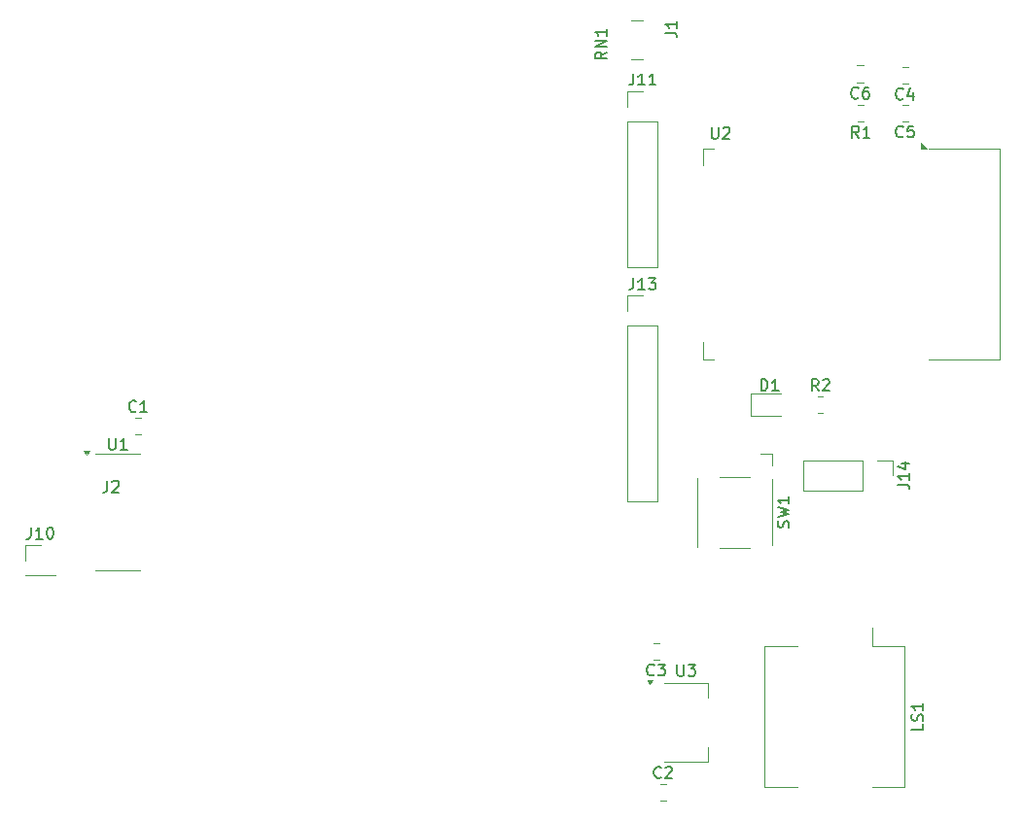
<source format=gbr>
%TF.GenerationSoftware,KiCad,Pcbnew,8.0.6*%
%TF.CreationDate,2025-01-01T18:17:34-06:00*%
%TF.ProjectId,AnalogMultiCapSense,416e616c-6f67-44d7-956c-746943617053,rev?*%
%TF.SameCoordinates,Original*%
%TF.FileFunction,Legend,Top*%
%TF.FilePolarity,Positive*%
%FSLAX46Y46*%
G04 Gerber Fmt 4.6, Leading zero omitted, Abs format (unit mm)*
G04 Created by KiCad (PCBNEW 8.0.6) date 2025-01-01 18:17:34*
%MOMM*%
%LPD*%
G01*
G04 APERTURE LIST*
%ADD10C,0.150000*%
%ADD11C,0.120000*%
G04 APERTURE END LIST*
D10*
X128966666Y-116054819D02*
X128966666Y-116769104D01*
X128966666Y-116769104D02*
X128919047Y-116911961D01*
X128919047Y-116911961D02*
X128823809Y-117007200D01*
X128823809Y-117007200D02*
X128680952Y-117054819D01*
X128680952Y-117054819D02*
X128585714Y-117054819D01*
X129395238Y-116150057D02*
X129442857Y-116102438D01*
X129442857Y-116102438D02*
X129538095Y-116054819D01*
X129538095Y-116054819D02*
X129776190Y-116054819D01*
X129776190Y-116054819D02*
X129871428Y-116102438D01*
X129871428Y-116102438D02*
X129919047Y-116150057D01*
X129919047Y-116150057D02*
X129966666Y-116245295D01*
X129966666Y-116245295D02*
X129966666Y-116340533D01*
X129966666Y-116340533D02*
X129919047Y-116483390D01*
X129919047Y-116483390D02*
X129347619Y-117054819D01*
X129347619Y-117054819D02*
X129966666Y-117054819D01*
X178588095Y-132054819D02*
X178588095Y-132864342D01*
X178588095Y-132864342D02*
X178635714Y-132959580D01*
X178635714Y-132959580D02*
X178683333Y-133007200D01*
X178683333Y-133007200D02*
X178778571Y-133054819D01*
X178778571Y-133054819D02*
X178969047Y-133054819D01*
X178969047Y-133054819D02*
X179064285Y-133007200D01*
X179064285Y-133007200D02*
X179111904Y-132959580D01*
X179111904Y-132959580D02*
X179159523Y-132864342D01*
X179159523Y-132864342D02*
X179159523Y-132054819D01*
X179540476Y-132054819D02*
X180159523Y-132054819D01*
X180159523Y-132054819D02*
X179826190Y-132435771D01*
X179826190Y-132435771D02*
X179969047Y-132435771D01*
X179969047Y-132435771D02*
X180064285Y-132483390D01*
X180064285Y-132483390D02*
X180111904Y-132531009D01*
X180111904Y-132531009D02*
X180159523Y-132626247D01*
X180159523Y-132626247D02*
X180159523Y-132864342D01*
X180159523Y-132864342D02*
X180111904Y-132959580D01*
X180111904Y-132959580D02*
X180064285Y-133007200D01*
X180064285Y-133007200D02*
X179969047Y-133054819D01*
X179969047Y-133054819D02*
X179683333Y-133054819D01*
X179683333Y-133054819D02*
X179588095Y-133007200D01*
X179588095Y-133007200D02*
X179540476Y-132959580D01*
X181593095Y-85239819D02*
X181593095Y-86049342D01*
X181593095Y-86049342D02*
X181640714Y-86144580D01*
X181640714Y-86144580D02*
X181688333Y-86192200D01*
X181688333Y-86192200D02*
X181783571Y-86239819D01*
X181783571Y-86239819D02*
X181974047Y-86239819D01*
X181974047Y-86239819D02*
X182069285Y-86192200D01*
X182069285Y-86192200D02*
X182116904Y-86144580D01*
X182116904Y-86144580D02*
X182164523Y-86049342D01*
X182164523Y-86049342D02*
X182164523Y-85239819D01*
X182593095Y-85335057D02*
X182640714Y-85287438D01*
X182640714Y-85287438D02*
X182735952Y-85239819D01*
X182735952Y-85239819D02*
X182974047Y-85239819D01*
X182974047Y-85239819D02*
X183069285Y-85287438D01*
X183069285Y-85287438D02*
X183116904Y-85335057D01*
X183116904Y-85335057D02*
X183164523Y-85430295D01*
X183164523Y-85430295D02*
X183164523Y-85525533D01*
X183164523Y-85525533D02*
X183116904Y-85668390D01*
X183116904Y-85668390D02*
X182545476Y-86239819D01*
X182545476Y-86239819D02*
X183164523Y-86239819D01*
X129108880Y-112337394D02*
X129108880Y-113146917D01*
X129108880Y-113146917D02*
X129156499Y-113242155D01*
X129156499Y-113242155D02*
X129204118Y-113289775D01*
X129204118Y-113289775D02*
X129299356Y-113337394D01*
X129299356Y-113337394D02*
X129489832Y-113337394D01*
X129489832Y-113337394D02*
X129585070Y-113289775D01*
X129585070Y-113289775D02*
X129632689Y-113242155D01*
X129632689Y-113242155D02*
X129680308Y-113146917D01*
X129680308Y-113146917D02*
X129680308Y-112337394D01*
X130680308Y-113337394D02*
X130108880Y-113337394D01*
X130394594Y-113337394D02*
X130394594Y-112337394D01*
X130394594Y-112337394D02*
X130299356Y-112480251D01*
X130299356Y-112480251D02*
X130204118Y-112575489D01*
X130204118Y-112575489D02*
X130108880Y-112623108D01*
X188282200Y-120118332D02*
X188329819Y-119975475D01*
X188329819Y-119975475D02*
X188329819Y-119737380D01*
X188329819Y-119737380D02*
X188282200Y-119642142D01*
X188282200Y-119642142D02*
X188234580Y-119594523D01*
X188234580Y-119594523D02*
X188139342Y-119546904D01*
X188139342Y-119546904D02*
X188044104Y-119546904D01*
X188044104Y-119546904D02*
X187948866Y-119594523D01*
X187948866Y-119594523D02*
X187901247Y-119642142D01*
X187901247Y-119642142D02*
X187853628Y-119737380D01*
X187853628Y-119737380D02*
X187806009Y-119927856D01*
X187806009Y-119927856D02*
X187758390Y-120023094D01*
X187758390Y-120023094D02*
X187710771Y-120070713D01*
X187710771Y-120070713D02*
X187615533Y-120118332D01*
X187615533Y-120118332D02*
X187520295Y-120118332D01*
X187520295Y-120118332D02*
X187425057Y-120070713D01*
X187425057Y-120070713D02*
X187377438Y-120023094D01*
X187377438Y-120023094D02*
X187329819Y-119927856D01*
X187329819Y-119927856D02*
X187329819Y-119689761D01*
X187329819Y-119689761D02*
X187377438Y-119546904D01*
X187329819Y-119213570D02*
X188329819Y-118975475D01*
X188329819Y-118975475D02*
X187615533Y-118784999D01*
X187615533Y-118784999D02*
X188329819Y-118594523D01*
X188329819Y-118594523D02*
X187329819Y-118356428D01*
X188329819Y-117451666D02*
X188329819Y-118023094D01*
X188329819Y-117737380D02*
X187329819Y-117737380D01*
X187329819Y-117737380D02*
X187472676Y-117832618D01*
X187472676Y-117832618D02*
X187567914Y-117927856D01*
X187567914Y-117927856D02*
X187615533Y-118023094D01*
X172454819Y-78690476D02*
X171978628Y-79023809D01*
X172454819Y-79261904D02*
X171454819Y-79261904D01*
X171454819Y-79261904D02*
X171454819Y-78880952D01*
X171454819Y-78880952D02*
X171502438Y-78785714D01*
X171502438Y-78785714D02*
X171550057Y-78738095D01*
X171550057Y-78738095D02*
X171645295Y-78690476D01*
X171645295Y-78690476D02*
X171788152Y-78690476D01*
X171788152Y-78690476D02*
X171883390Y-78738095D01*
X171883390Y-78738095D02*
X171931009Y-78785714D01*
X171931009Y-78785714D02*
X171978628Y-78880952D01*
X171978628Y-78880952D02*
X171978628Y-79261904D01*
X172454819Y-78261904D02*
X171454819Y-78261904D01*
X171454819Y-78261904D02*
X172454819Y-77690476D01*
X172454819Y-77690476D02*
X171454819Y-77690476D01*
X172454819Y-76690476D02*
X172454819Y-77261904D01*
X172454819Y-76976190D02*
X171454819Y-76976190D01*
X171454819Y-76976190D02*
X171597676Y-77071428D01*
X171597676Y-77071428D02*
X171692914Y-77166666D01*
X171692914Y-77166666D02*
X171740533Y-77261904D01*
X190895833Y-108204819D02*
X190562500Y-107728628D01*
X190324405Y-108204819D02*
X190324405Y-107204819D01*
X190324405Y-107204819D02*
X190705357Y-107204819D01*
X190705357Y-107204819D02*
X190800595Y-107252438D01*
X190800595Y-107252438D02*
X190848214Y-107300057D01*
X190848214Y-107300057D02*
X190895833Y-107395295D01*
X190895833Y-107395295D02*
X190895833Y-107538152D01*
X190895833Y-107538152D02*
X190848214Y-107633390D01*
X190848214Y-107633390D02*
X190800595Y-107681009D01*
X190800595Y-107681009D02*
X190705357Y-107728628D01*
X190705357Y-107728628D02*
X190324405Y-107728628D01*
X191276786Y-107300057D02*
X191324405Y-107252438D01*
X191324405Y-107252438D02*
X191419643Y-107204819D01*
X191419643Y-107204819D02*
X191657738Y-107204819D01*
X191657738Y-107204819D02*
X191752976Y-107252438D01*
X191752976Y-107252438D02*
X191800595Y-107300057D01*
X191800595Y-107300057D02*
X191848214Y-107395295D01*
X191848214Y-107395295D02*
X191848214Y-107490533D01*
X191848214Y-107490533D02*
X191800595Y-107633390D01*
X191800595Y-107633390D02*
X191229167Y-108204819D01*
X191229167Y-108204819D02*
X191848214Y-108204819D01*
X194408333Y-86154819D02*
X194075000Y-85678628D01*
X193836905Y-86154819D02*
X193836905Y-85154819D01*
X193836905Y-85154819D02*
X194217857Y-85154819D01*
X194217857Y-85154819D02*
X194313095Y-85202438D01*
X194313095Y-85202438D02*
X194360714Y-85250057D01*
X194360714Y-85250057D02*
X194408333Y-85345295D01*
X194408333Y-85345295D02*
X194408333Y-85488152D01*
X194408333Y-85488152D02*
X194360714Y-85583390D01*
X194360714Y-85583390D02*
X194313095Y-85631009D01*
X194313095Y-85631009D02*
X194217857Y-85678628D01*
X194217857Y-85678628D02*
X193836905Y-85678628D01*
X195360714Y-86154819D02*
X194789286Y-86154819D01*
X195075000Y-86154819D02*
X195075000Y-85154819D01*
X195075000Y-85154819D02*
X194979762Y-85297676D01*
X194979762Y-85297676D02*
X194884524Y-85392914D01*
X194884524Y-85392914D02*
X194789286Y-85440533D01*
X200004819Y-137242857D02*
X200004819Y-137719047D01*
X200004819Y-137719047D02*
X199004819Y-137719047D01*
X199957200Y-136957142D02*
X200004819Y-136814285D01*
X200004819Y-136814285D02*
X200004819Y-136576190D01*
X200004819Y-136576190D02*
X199957200Y-136480952D01*
X199957200Y-136480952D02*
X199909580Y-136433333D01*
X199909580Y-136433333D02*
X199814342Y-136385714D01*
X199814342Y-136385714D02*
X199719104Y-136385714D01*
X199719104Y-136385714D02*
X199623866Y-136433333D01*
X199623866Y-136433333D02*
X199576247Y-136480952D01*
X199576247Y-136480952D02*
X199528628Y-136576190D01*
X199528628Y-136576190D02*
X199481009Y-136766666D01*
X199481009Y-136766666D02*
X199433390Y-136861904D01*
X199433390Y-136861904D02*
X199385771Y-136909523D01*
X199385771Y-136909523D02*
X199290533Y-136957142D01*
X199290533Y-136957142D02*
X199195295Y-136957142D01*
X199195295Y-136957142D02*
X199100057Y-136909523D01*
X199100057Y-136909523D02*
X199052438Y-136861904D01*
X199052438Y-136861904D02*
X199004819Y-136766666D01*
X199004819Y-136766666D02*
X199004819Y-136528571D01*
X199004819Y-136528571D02*
X199052438Y-136385714D01*
X200004819Y-135433333D02*
X200004819Y-136004761D01*
X200004819Y-135719047D02*
X199004819Y-135719047D01*
X199004819Y-135719047D02*
X199147676Y-135814285D01*
X199147676Y-135814285D02*
X199242914Y-135909523D01*
X199242914Y-135909523D02*
X199290533Y-136004761D01*
X197799819Y-116394523D02*
X198514104Y-116394523D01*
X198514104Y-116394523D02*
X198656961Y-116442142D01*
X198656961Y-116442142D02*
X198752200Y-116537380D01*
X198752200Y-116537380D02*
X198799819Y-116680237D01*
X198799819Y-116680237D02*
X198799819Y-116775475D01*
X198799819Y-115394523D02*
X198799819Y-115965951D01*
X198799819Y-115680237D02*
X197799819Y-115680237D01*
X197799819Y-115680237D02*
X197942676Y-115775475D01*
X197942676Y-115775475D02*
X198037914Y-115870713D01*
X198037914Y-115870713D02*
X198085533Y-115965951D01*
X198133152Y-114537380D02*
X198799819Y-114537380D01*
X197752200Y-114775475D02*
X198466485Y-115013570D01*
X198466485Y-115013570D02*
X198466485Y-114394523D01*
X174765476Y-98384819D02*
X174765476Y-99099104D01*
X174765476Y-99099104D02*
X174717857Y-99241961D01*
X174717857Y-99241961D02*
X174622619Y-99337200D01*
X174622619Y-99337200D02*
X174479762Y-99384819D01*
X174479762Y-99384819D02*
X174384524Y-99384819D01*
X175765476Y-99384819D02*
X175194048Y-99384819D01*
X175479762Y-99384819D02*
X175479762Y-98384819D01*
X175479762Y-98384819D02*
X175384524Y-98527676D01*
X175384524Y-98527676D02*
X175289286Y-98622914D01*
X175289286Y-98622914D02*
X175194048Y-98670533D01*
X176098810Y-98384819D02*
X176717857Y-98384819D01*
X176717857Y-98384819D02*
X176384524Y-98765771D01*
X176384524Y-98765771D02*
X176527381Y-98765771D01*
X176527381Y-98765771D02*
X176622619Y-98813390D01*
X176622619Y-98813390D02*
X176670238Y-98861009D01*
X176670238Y-98861009D02*
X176717857Y-98956247D01*
X176717857Y-98956247D02*
X176717857Y-99194342D01*
X176717857Y-99194342D02*
X176670238Y-99289580D01*
X176670238Y-99289580D02*
X176622619Y-99337200D01*
X176622619Y-99337200D02*
X176527381Y-99384819D01*
X176527381Y-99384819D02*
X176241667Y-99384819D01*
X176241667Y-99384819D02*
X176146429Y-99337200D01*
X176146429Y-99337200D02*
X176098810Y-99289580D01*
X174765476Y-80559819D02*
X174765476Y-81274104D01*
X174765476Y-81274104D02*
X174717857Y-81416961D01*
X174717857Y-81416961D02*
X174622619Y-81512200D01*
X174622619Y-81512200D02*
X174479762Y-81559819D01*
X174479762Y-81559819D02*
X174384524Y-81559819D01*
X175765476Y-81559819D02*
X175194048Y-81559819D01*
X175479762Y-81559819D02*
X175479762Y-80559819D01*
X175479762Y-80559819D02*
X175384524Y-80702676D01*
X175384524Y-80702676D02*
X175289286Y-80797914D01*
X175289286Y-80797914D02*
X175194048Y-80845533D01*
X176717857Y-81559819D02*
X176146429Y-81559819D01*
X176432143Y-81559819D02*
X176432143Y-80559819D01*
X176432143Y-80559819D02*
X176336905Y-80702676D01*
X176336905Y-80702676D02*
X176241667Y-80797914D01*
X176241667Y-80797914D02*
X176146429Y-80845533D01*
X122336261Y-120112394D02*
X122336261Y-120826679D01*
X122336261Y-120826679D02*
X122288642Y-120969536D01*
X122288642Y-120969536D02*
X122193404Y-121064775D01*
X122193404Y-121064775D02*
X122050547Y-121112394D01*
X122050547Y-121112394D02*
X121955309Y-121112394D01*
X123336261Y-121112394D02*
X122764833Y-121112394D01*
X123050547Y-121112394D02*
X123050547Y-120112394D01*
X123050547Y-120112394D02*
X122955309Y-120255251D01*
X122955309Y-120255251D02*
X122860071Y-120350489D01*
X122860071Y-120350489D02*
X122764833Y-120398108D01*
X123955309Y-120112394D02*
X124050547Y-120112394D01*
X124050547Y-120112394D02*
X124145785Y-120160013D01*
X124145785Y-120160013D02*
X124193404Y-120207632D01*
X124193404Y-120207632D02*
X124241023Y-120302870D01*
X124241023Y-120302870D02*
X124288642Y-120493346D01*
X124288642Y-120493346D02*
X124288642Y-120731441D01*
X124288642Y-120731441D02*
X124241023Y-120921917D01*
X124241023Y-120921917D02*
X124193404Y-121017155D01*
X124193404Y-121017155D02*
X124145785Y-121064775D01*
X124145785Y-121064775D02*
X124050547Y-121112394D01*
X124050547Y-121112394D02*
X123955309Y-121112394D01*
X123955309Y-121112394D02*
X123860071Y-121064775D01*
X123860071Y-121064775D02*
X123812452Y-121017155D01*
X123812452Y-121017155D02*
X123764833Y-120921917D01*
X123764833Y-120921917D02*
X123717214Y-120731441D01*
X123717214Y-120731441D02*
X123717214Y-120493346D01*
X123717214Y-120493346D02*
X123764833Y-120302870D01*
X123764833Y-120302870D02*
X123812452Y-120207632D01*
X123812452Y-120207632D02*
X123860071Y-120160013D01*
X123860071Y-120160013D02*
X123955309Y-120112394D01*
X177554819Y-77005833D02*
X178269104Y-77005833D01*
X178269104Y-77005833D02*
X178411961Y-77053452D01*
X178411961Y-77053452D02*
X178507200Y-77148690D01*
X178507200Y-77148690D02*
X178554819Y-77291547D01*
X178554819Y-77291547D02*
X178554819Y-77386785D01*
X178554819Y-76005833D02*
X178554819Y-76577261D01*
X178554819Y-76291547D02*
X177554819Y-76291547D01*
X177554819Y-76291547D02*
X177697676Y-76386785D01*
X177697676Y-76386785D02*
X177792914Y-76482023D01*
X177792914Y-76482023D02*
X177840533Y-76577261D01*
X185899405Y-108204819D02*
X185899405Y-107204819D01*
X185899405Y-107204819D02*
X186137500Y-107204819D01*
X186137500Y-107204819D02*
X186280357Y-107252438D01*
X186280357Y-107252438D02*
X186375595Y-107347676D01*
X186375595Y-107347676D02*
X186423214Y-107442914D01*
X186423214Y-107442914D02*
X186470833Y-107633390D01*
X186470833Y-107633390D02*
X186470833Y-107776247D01*
X186470833Y-107776247D02*
X186423214Y-107966723D01*
X186423214Y-107966723D02*
X186375595Y-108061961D01*
X186375595Y-108061961D02*
X186280357Y-108157200D01*
X186280357Y-108157200D02*
X186137500Y-108204819D01*
X186137500Y-108204819D02*
X185899405Y-108204819D01*
X187423214Y-108204819D02*
X186851786Y-108204819D01*
X187137500Y-108204819D02*
X187137500Y-107204819D01*
X187137500Y-107204819D02*
X187042262Y-107347676D01*
X187042262Y-107347676D02*
X186947024Y-107442914D01*
X186947024Y-107442914D02*
X186851786Y-107490533D01*
X194358333Y-82659580D02*
X194310714Y-82707200D01*
X194310714Y-82707200D02*
X194167857Y-82754819D01*
X194167857Y-82754819D02*
X194072619Y-82754819D01*
X194072619Y-82754819D02*
X193929762Y-82707200D01*
X193929762Y-82707200D02*
X193834524Y-82611961D01*
X193834524Y-82611961D02*
X193786905Y-82516723D01*
X193786905Y-82516723D02*
X193739286Y-82326247D01*
X193739286Y-82326247D02*
X193739286Y-82183390D01*
X193739286Y-82183390D02*
X193786905Y-81992914D01*
X193786905Y-81992914D02*
X193834524Y-81897676D01*
X193834524Y-81897676D02*
X193929762Y-81802438D01*
X193929762Y-81802438D02*
X194072619Y-81754819D01*
X194072619Y-81754819D02*
X194167857Y-81754819D01*
X194167857Y-81754819D02*
X194310714Y-81802438D01*
X194310714Y-81802438D02*
X194358333Y-81850057D01*
X195215476Y-81754819D02*
X195025000Y-81754819D01*
X195025000Y-81754819D02*
X194929762Y-81802438D01*
X194929762Y-81802438D02*
X194882143Y-81850057D01*
X194882143Y-81850057D02*
X194786905Y-81992914D01*
X194786905Y-81992914D02*
X194739286Y-82183390D01*
X194739286Y-82183390D02*
X194739286Y-82564342D01*
X194739286Y-82564342D02*
X194786905Y-82659580D01*
X194786905Y-82659580D02*
X194834524Y-82707200D01*
X194834524Y-82707200D02*
X194929762Y-82754819D01*
X194929762Y-82754819D02*
X195120238Y-82754819D01*
X195120238Y-82754819D02*
X195215476Y-82707200D01*
X195215476Y-82707200D02*
X195263095Y-82659580D01*
X195263095Y-82659580D02*
X195310714Y-82564342D01*
X195310714Y-82564342D02*
X195310714Y-82326247D01*
X195310714Y-82326247D02*
X195263095Y-82231009D01*
X195263095Y-82231009D02*
X195215476Y-82183390D01*
X195215476Y-82183390D02*
X195120238Y-82135771D01*
X195120238Y-82135771D02*
X194929762Y-82135771D01*
X194929762Y-82135771D02*
X194834524Y-82183390D01*
X194834524Y-82183390D02*
X194786905Y-82231009D01*
X194786905Y-82231009D02*
X194739286Y-82326247D01*
X198258333Y-86039580D02*
X198210714Y-86087200D01*
X198210714Y-86087200D02*
X198067857Y-86134819D01*
X198067857Y-86134819D02*
X197972619Y-86134819D01*
X197972619Y-86134819D02*
X197829762Y-86087200D01*
X197829762Y-86087200D02*
X197734524Y-85991961D01*
X197734524Y-85991961D02*
X197686905Y-85896723D01*
X197686905Y-85896723D02*
X197639286Y-85706247D01*
X197639286Y-85706247D02*
X197639286Y-85563390D01*
X197639286Y-85563390D02*
X197686905Y-85372914D01*
X197686905Y-85372914D02*
X197734524Y-85277676D01*
X197734524Y-85277676D02*
X197829762Y-85182438D01*
X197829762Y-85182438D02*
X197972619Y-85134819D01*
X197972619Y-85134819D02*
X198067857Y-85134819D01*
X198067857Y-85134819D02*
X198210714Y-85182438D01*
X198210714Y-85182438D02*
X198258333Y-85230057D01*
X199163095Y-85134819D02*
X198686905Y-85134819D01*
X198686905Y-85134819D02*
X198639286Y-85611009D01*
X198639286Y-85611009D02*
X198686905Y-85563390D01*
X198686905Y-85563390D02*
X198782143Y-85515771D01*
X198782143Y-85515771D02*
X199020238Y-85515771D01*
X199020238Y-85515771D02*
X199115476Y-85563390D01*
X199115476Y-85563390D02*
X199163095Y-85611009D01*
X199163095Y-85611009D02*
X199210714Y-85706247D01*
X199210714Y-85706247D02*
X199210714Y-85944342D01*
X199210714Y-85944342D02*
X199163095Y-86039580D01*
X199163095Y-86039580D02*
X199115476Y-86087200D01*
X199115476Y-86087200D02*
X199020238Y-86134819D01*
X199020238Y-86134819D02*
X198782143Y-86134819D01*
X198782143Y-86134819D02*
X198686905Y-86087200D01*
X198686905Y-86087200D02*
X198639286Y-86039580D01*
X198258333Y-82739580D02*
X198210714Y-82787200D01*
X198210714Y-82787200D02*
X198067857Y-82834819D01*
X198067857Y-82834819D02*
X197972619Y-82834819D01*
X197972619Y-82834819D02*
X197829762Y-82787200D01*
X197829762Y-82787200D02*
X197734524Y-82691961D01*
X197734524Y-82691961D02*
X197686905Y-82596723D01*
X197686905Y-82596723D02*
X197639286Y-82406247D01*
X197639286Y-82406247D02*
X197639286Y-82263390D01*
X197639286Y-82263390D02*
X197686905Y-82072914D01*
X197686905Y-82072914D02*
X197734524Y-81977676D01*
X197734524Y-81977676D02*
X197829762Y-81882438D01*
X197829762Y-81882438D02*
X197972619Y-81834819D01*
X197972619Y-81834819D02*
X198067857Y-81834819D01*
X198067857Y-81834819D02*
X198210714Y-81882438D01*
X198210714Y-81882438D02*
X198258333Y-81930057D01*
X199115476Y-82168152D02*
X199115476Y-82834819D01*
X198877381Y-81787200D02*
X198639286Y-82501485D01*
X198639286Y-82501485D02*
X199258333Y-82501485D01*
X176583333Y-132939580D02*
X176535714Y-132987200D01*
X176535714Y-132987200D02*
X176392857Y-133034819D01*
X176392857Y-133034819D02*
X176297619Y-133034819D01*
X176297619Y-133034819D02*
X176154762Y-132987200D01*
X176154762Y-132987200D02*
X176059524Y-132891961D01*
X176059524Y-132891961D02*
X176011905Y-132796723D01*
X176011905Y-132796723D02*
X175964286Y-132606247D01*
X175964286Y-132606247D02*
X175964286Y-132463390D01*
X175964286Y-132463390D02*
X176011905Y-132272914D01*
X176011905Y-132272914D02*
X176059524Y-132177676D01*
X176059524Y-132177676D02*
X176154762Y-132082438D01*
X176154762Y-132082438D02*
X176297619Y-132034819D01*
X176297619Y-132034819D02*
X176392857Y-132034819D01*
X176392857Y-132034819D02*
X176535714Y-132082438D01*
X176535714Y-132082438D02*
X176583333Y-132130057D01*
X176916667Y-132034819D02*
X177535714Y-132034819D01*
X177535714Y-132034819D02*
X177202381Y-132415771D01*
X177202381Y-132415771D02*
X177345238Y-132415771D01*
X177345238Y-132415771D02*
X177440476Y-132463390D01*
X177440476Y-132463390D02*
X177488095Y-132511009D01*
X177488095Y-132511009D02*
X177535714Y-132606247D01*
X177535714Y-132606247D02*
X177535714Y-132844342D01*
X177535714Y-132844342D02*
X177488095Y-132939580D01*
X177488095Y-132939580D02*
X177440476Y-132987200D01*
X177440476Y-132987200D02*
X177345238Y-133034819D01*
X177345238Y-133034819D02*
X177059524Y-133034819D01*
X177059524Y-133034819D02*
X176964286Y-132987200D01*
X176964286Y-132987200D02*
X176916667Y-132939580D01*
X177183333Y-141879580D02*
X177135714Y-141927200D01*
X177135714Y-141927200D02*
X176992857Y-141974819D01*
X176992857Y-141974819D02*
X176897619Y-141974819D01*
X176897619Y-141974819D02*
X176754762Y-141927200D01*
X176754762Y-141927200D02*
X176659524Y-141831961D01*
X176659524Y-141831961D02*
X176611905Y-141736723D01*
X176611905Y-141736723D02*
X176564286Y-141546247D01*
X176564286Y-141546247D02*
X176564286Y-141403390D01*
X176564286Y-141403390D02*
X176611905Y-141212914D01*
X176611905Y-141212914D02*
X176659524Y-141117676D01*
X176659524Y-141117676D02*
X176754762Y-141022438D01*
X176754762Y-141022438D02*
X176897619Y-140974819D01*
X176897619Y-140974819D02*
X176992857Y-140974819D01*
X176992857Y-140974819D02*
X177135714Y-141022438D01*
X177135714Y-141022438D02*
X177183333Y-141070057D01*
X177564286Y-141070057D02*
X177611905Y-141022438D01*
X177611905Y-141022438D02*
X177707143Y-140974819D01*
X177707143Y-140974819D02*
X177945238Y-140974819D01*
X177945238Y-140974819D02*
X178040476Y-141022438D01*
X178040476Y-141022438D02*
X178088095Y-141070057D01*
X178088095Y-141070057D02*
X178135714Y-141165295D01*
X178135714Y-141165295D02*
X178135714Y-141260533D01*
X178135714Y-141260533D02*
X178088095Y-141403390D01*
X178088095Y-141403390D02*
X177516667Y-141974819D01*
X177516667Y-141974819D02*
X178135714Y-141974819D01*
X131479118Y-109967155D02*
X131431499Y-110014775D01*
X131431499Y-110014775D02*
X131288642Y-110062394D01*
X131288642Y-110062394D02*
X131193404Y-110062394D01*
X131193404Y-110062394D02*
X131050547Y-110014775D01*
X131050547Y-110014775D02*
X130955309Y-109919536D01*
X130955309Y-109919536D02*
X130907690Y-109824298D01*
X130907690Y-109824298D02*
X130860071Y-109633822D01*
X130860071Y-109633822D02*
X130860071Y-109490965D01*
X130860071Y-109490965D02*
X130907690Y-109300489D01*
X130907690Y-109300489D02*
X130955309Y-109205251D01*
X130955309Y-109205251D02*
X131050547Y-109110013D01*
X131050547Y-109110013D02*
X131193404Y-109062394D01*
X131193404Y-109062394D02*
X131288642Y-109062394D01*
X131288642Y-109062394D02*
X131431499Y-109110013D01*
X131431499Y-109110013D02*
X131479118Y-109157632D01*
X132431499Y-110062394D02*
X131860071Y-110062394D01*
X132145785Y-110062394D02*
X132145785Y-109062394D01*
X132145785Y-109062394D02*
X132050547Y-109205251D01*
X132050547Y-109205251D02*
X131955309Y-109300489D01*
X131955309Y-109300489D02*
X131860071Y-109348108D01*
D11*
%TO.C,U3*%
X177500000Y-133690000D02*
X181260000Y-133690000D01*
X177500000Y-140510000D02*
X181260000Y-140510000D01*
X181260000Y-133690000D02*
X181260000Y-134950000D01*
X181260000Y-140510000D02*
X181260000Y-139250000D01*
X176220000Y-133790000D02*
X175980000Y-133460000D01*
X176460000Y-133460000D01*
X176220000Y-133790000D01*
G36*
X176220000Y-133790000D02*
G01*
X175980000Y-133460000D01*
X176460000Y-133460000D01*
X176220000Y-133790000D01*
G37*
%TO.C,U2*%
X206655000Y-87085000D02*
X200455000Y-87085000D01*
X206655000Y-87085000D02*
X206655000Y-105485000D01*
X181805000Y-87085000D02*
X180805000Y-87085000D01*
X180805000Y-87085000D02*
X180805000Y-88585000D01*
X206655000Y-105485000D02*
X200455000Y-105485000D01*
X180805000Y-105485000D02*
X180805000Y-103985000D01*
X180805000Y-105485000D02*
X181805000Y-105485000D01*
X200280000Y-87085000D02*
X199780000Y-87085000D01*
X199780000Y-86585000D01*
X200280000Y-87085000D01*
G36*
X200280000Y-87085000D02*
G01*
X199780000Y-87085000D01*
X199780000Y-86585000D01*
X200280000Y-87085000D01*
G37*
%TO.C,U1*%
X129870785Y-113722575D02*
X127920785Y-113722575D01*
X129870785Y-113722575D02*
X131820785Y-113722575D01*
X129870785Y-123842575D02*
X127920785Y-123842575D01*
X129870785Y-123842575D02*
X131820785Y-123842575D01*
X127170785Y-113777575D02*
X126930785Y-113447575D01*
X127410785Y-113447575D01*
X127170785Y-113777575D01*
G36*
X127170785Y-113777575D02*
G01*
X126930785Y-113447575D01*
X127410785Y-113447575D01*
X127170785Y-113777575D01*
G37*
%TO.C,SW1*%
X186875000Y-113685000D02*
X186875000Y-114685000D01*
X185875000Y-113685000D02*
X186875000Y-113685000D01*
X184875000Y-115685000D02*
X182275000Y-115685000D01*
X186825000Y-121685000D02*
X186825000Y-115885000D01*
X180325000Y-121785000D02*
X180325000Y-115785000D01*
X184875000Y-121885000D02*
X182275000Y-121885000D01*
%TO.C,RN1*%
X175575000Y-75920000D02*
X174575000Y-75920000D01*
X175575000Y-79280000D02*
X174575000Y-79280000D01*
%TO.C,R2*%
X190835436Y-110135000D02*
X191289564Y-110135000D01*
X190835436Y-108665000D02*
X191289564Y-108665000D01*
%TO.C,R1*%
X194347936Y-84735000D02*
X194802064Y-84735000D01*
X194347936Y-83265000D02*
X194802064Y-83265000D01*
%TO.C,LS1*%
X198400000Y-130500000D02*
X198400000Y-142700000D01*
X195550000Y-130500000D02*
X195550000Y-128850000D01*
X195550000Y-130500000D02*
X198400000Y-130500000D01*
X186200000Y-130500000D02*
X189050000Y-130500000D01*
X198400000Y-142700000D02*
X195550000Y-142700000D01*
X189050000Y-142700000D02*
X186200000Y-142700000D01*
X186200000Y-142700000D02*
X186200000Y-130500000D01*
%TO.C,J14*%
X194745000Y-116915000D02*
X189605000Y-116915000D01*
X189605000Y-114255000D02*
X189605000Y-116915000D01*
X194745000Y-114255000D02*
X194745000Y-116915000D01*
X194745000Y-114255000D02*
X189605000Y-114255000D01*
X196015000Y-114255000D02*
X197345000Y-114255000D01*
X197345000Y-114255000D02*
X197345000Y-115585000D01*
%TO.C,J13*%
X176905000Y-102530000D02*
X176905000Y-117830000D01*
X174245000Y-117830000D02*
X176905000Y-117830000D01*
X174245000Y-102530000D02*
X176905000Y-102530000D01*
X174245000Y-102530000D02*
X174245000Y-117830000D01*
X174245000Y-101260000D02*
X174245000Y-99930000D01*
X174245000Y-99930000D02*
X175575000Y-99930000D01*
%TO.C,J11*%
X176905000Y-84705000D02*
X176905000Y-97465000D01*
X174245000Y-97465000D02*
X176905000Y-97465000D01*
X174245000Y-84705000D02*
X176905000Y-84705000D01*
X174245000Y-84705000D02*
X174245000Y-97465000D01*
X174245000Y-83435000D02*
X174245000Y-82105000D01*
X174245000Y-82105000D02*
X175575000Y-82105000D01*
%TO.C,J10*%
X121815785Y-121657575D02*
X123145785Y-121657575D01*
X121815785Y-122987575D02*
X121815785Y-121657575D01*
X121815785Y-124257575D02*
X121815785Y-124317575D01*
X121815785Y-124257575D02*
X124475785Y-124257575D01*
X121815785Y-124317575D02*
X124475785Y-124317575D01*
X124475785Y-124257575D02*
X124475785Y-124317575D01*
%TO.C,D1*%
X187637500Y-108440000D02*
X184952500Y-108440000D01*
X184952500Y-110360000D02*
X187637500Y-110360000D01*
X184952500Y-108440000D02*
X184952500Y-110360000D01*
%TO.C,C6*%
X194263748Y-81335000D02*
X194786252Y-81335000D01*
X194263748Y-79865000D02*
X194786252Y-79865000D01*
%TO.C,C5*%
X198686252Y-83265000D02*
X198163748Y-83265000D01*
X198686252Y-84735000D02*
X198163748Y-84735000D01*
%TO.C,C4*%
X198686252Y-81435000D02*
X198163748Y-81435000D01*
X198686252Y-79965000D02*
X198163748Y-79965000D01*
%TO.C,C3*%
X177011252Y-131635000D02*
X176488748Y-131635000D01*
X177011252Y-130165000D02*
X176488748Y-130165000D01*
%TO.C,C2*%
X177088748Y-142465000D02*
X177611252Y-142465000D01*
X177088748Y-143935000D02*
X177611252Y-143935000D01*
%TO.C,C1*%
X131384533Y-110552575D02*
X131907037Y-110552575D01*
X131384533Y-112022575D02*
X131907037Y-112022575D01*
%TD*%
M02*

</source>
